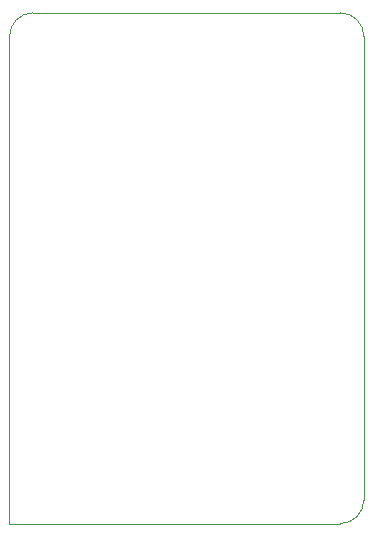
<source format=gbr>
%TF.GenerationSoftware,KiCad,Pcbnew,(6.0.2-0)*%
%TF.CreationDate,2022-03-10T12:45:54+00:00*%
%TF.ProjectId,GPS,4750532e-6b69-4636-9164-5f7063625858,5*%
%TF.SameCoordinates,Original*%
%TF.FileFunction,Profile,NP*%
%FSLAX46Y46*%
G04 Gerber Fmt 4.6, Leading zero omitted, Abs format (unit mm)*
G04 Created by KiCad (PCBNEW (6.0.2-0)) date 2022-03-10 12:45:54*
%MOMM*%
%LPD*%
G01*
G04 APERTURE LIST*
%TA.AperFunction,Profile*%
%ADD10C,0.100000*%
%TD*%
G04 APERTURE END LIST*
D10*
X115000000Y-87000000D02*
G75*
G03*
X113000000Y-85000000I-1999999J1D01*
G01*
X87000000Y-85000000D02*
X113000000Y-85000000D01*
X113000000Y-128250000D02*
G75*
G03*
X115000000Y-126250000I1J1999999D01*
G01*
X87000000Y-85000000D02*
G75*
G03*
X85000000Y-87000000I-1J-1999999D01*
G01*
X85000000Y-87000000D02*
X85000000Y-128250000D01*
X113000000Y-128250000D02*
X85000000Y-128250000D01*
X115000000Y-87000000D02*
X115000000Y-126250000D01*
M02*

</source>
